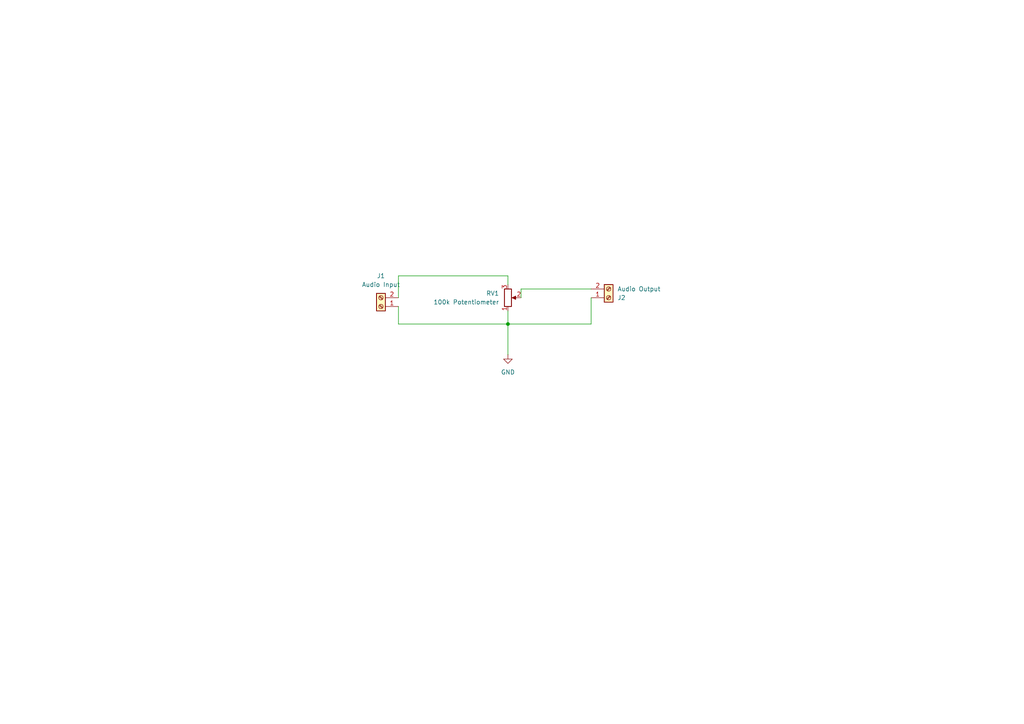
<source format=kicad_sch>
(kicad_sch (version 20250114) (generator "eeschema") (generator_version "9.0")
  (paper "A4")
  (lib_symbols
    (symbol "Connector:Screw_Terminal_01x02" (pin_names (offset 1.016) (hide yes))
      (property "Reference" "J" (at 0 2.54 0))
      (property "Value" "Screw_Terminal_01x02" (at 0 -5.08 0))
      (symbol "Screw_Terminal_01x02_1_1"
        (rectangle (start -1.27 1.27) (end 1.27 -3.81) (stroke (width 0.254)) (fill (type background)))
        (polyline (pts (xy -0.5334 0.3302) (xy 0.3302 -0.508)) (stroke (width 0.1524)))
        (polyline (pts (xy -0.5334 -2.2098) (xy 0.3302 -3.048)) (stroke (width 0.1524)))
        (polyline (pts (xy -0.3556 0.508) (xy 0.508 -0.3302)) (stroke (width 0.1524)))
        (polyline (pts (xy -0.3556 -2.032) (xy 0.508 -2.8702)) (stroke (width 0.1524)))
        (circle (center 0 0) (radius 0.635) (stroke (width 0.1524)))
        (circle (center 0 -2.54) (radius 0.635) (stroke (width 0.1524)))
        (pin passive line (at -5.08 0 0) (length 3.81) (name "Pin_1") (number "1"))
        (pin passive line (at -5.08 -2.54 0) (length 3.81) (name "Pin_2") (number "2"))
      )
    )
    (symbol "Device:R_Potentiometer" (pin_names (offset 1.016) (hide yes))
      (property "Reference" "RV" (at -4.445 0 90))
      (property "Value" "R_Potentiometer" (at -2.54 0 90))
      (symbol "R_Potentiometer_0_1"
        (rectangle (start 1.016 2.54) (end -1.016 -2.54) (stroke (width 0.254)))
        (polyline (pts (xy 1.143 0) (xy 2.286 0.508) (xy 2.286 -0.508) (xy 1.143 0)) (fill (type outline)))
        (polyline (pts (xy 2.54 0) (xy 1.524 0)))
      )
      (symbol "R_Potentiometer_1_1"
        (pin passive line (at 0 3.81 270) (length 1.27) (name "1") (number "1"))
        (pin passive line (at 0 -3.81 90) (length 1.27) (name "3") (number "3"))
        (pin passive line (at 3.81 0 180) (length 1.27) (name "2") (number "2"))
      )
    )
    (symbol "power:GND" (power) (pin_numbers (hide yes)) (pin_names (offset 0) (hide yes))
      (property "Value" "GND" (at 0 -3.81 0))
      (symbol "GND_0_1"
        (polyline (pts (xy 0 0) (xy 0 -1.27) (xy 1.27 -1.27) (xy 0 -2.54) (xy -1.27 -1.27) (xy 0 -1.27)))
      )
      (symbol "GND_1_1"
        (pin power_in line (at 0 0 270) (length 0) (name "~") (number "1"))
      )
    )
  )
  (junction (at 147.32 93.98))
  (wire (pts (xy 115.57 88.9) (xy 115.57 93.98)))
  (wire (pts (xy 115.57 80.01) (xy 147.32 80.01)))
  (wire (pts (xy 171.45 86.36) (xy 171.45 93.98)))
  (wire (pts (xy 147.32 90.17) (xy 147.32 93.98)))
  (wire (pts (xy 171.45 93.98) (xy 147.32 93.98)))
  (wire (pts (xy 171.45 83.82) (xy 151.13 83.82)))
  (wire (pts (xy 151.13 83.82) (xy 151.13 86.36)))
  (wire (pts (xy 115.57 93.98) (xy 147.32 93.98)))
  (wire (pts (xy 147.32 93.98) (xy 147.32 102.87)))
  (wire (pts (xy 147.32 80.01) (xy 147.32 82.55)))
  (wire (pts (xy 115.57 86.36) (xy 115.57 80.01)))
  (symbol (lib_id "power:GND") (at 147.32 102.87 0) (mirror y) (unit 1)
    (property "Reference" "#PWR01" (effects (hide yes)))
    (property "Value" "GND" (at 147.32 107.95 0))
    (property "Description" "Power symbol creates a global label with name \"GND\" , ground" (effects (hide yes)))
  )
  (symbol (lib_id "Connector:Screw_Terminal_01x02") (at 176.53 86.36 0) (mirror x) (unit 1)
    (property "Reference" "J2" (at 179.07 86.3601 0) (effects (justify left)))
    (property "Value" "Audio Output" (at 179.07 83.8201 0) (effects (justify left)))
    (property "Footprint" "TerminalBlock:TerminalBlock_MaiXu_MX126-5.0-02P_1x02_P5.00mm" (effects (hide yes)))
    (property "Description" "Generic screw terminal, single row, 01x02, script generated (kicad-library-utils/schlib/autogen/connector/)" (effects (hide yes)))
  )
  (symbol (lib_id "Connector:Screw_Terminal_01x02") (at 110.49 88.9 180) (unit 1)
    (property "Reference" "J1" (at 110.49 80.01 0))
    (property "Value" "Audio Input" (at 110.49 82.55 0))
    (property "Footprint" "TerminalBlock:TerminalBlock_MaiXu_MX126-5.0-02P_1x02_P5.00mm" (effects (hide yes)))
    (property "Description" "Generic screw terminal, single row, 01x02, script generated (kicad-library-utils/schlib/autogen/connector/)" (effects (hide yes)))
  )
  (symbol (lib_id "Device:R_Potentiometer") (at 147.32 86.36 0) (mirror x) (unit 1)
    (property "Reference" "RV1" (at 144.78 85.0899 0) (effects (justify right)))
    (property "Value" "100k Potentiometer" (at 144.78 87.6299 0) (effects (justify right)))
    (property "Footprint" "Potentiometer_THT:Potentiometer_Alps_RK163_Single_Horizontal" (effects (hide yes)))
    (property "Description" "Potentiometer" (effects (hide yes)))
  )
)
</source>
